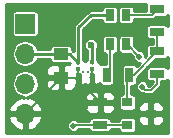
<source format=gtl>
G04 #@! TF.FileFunction,Copper,L1,Top,Signal*
%FSLAX46Y46*%
G04 Gerber Fmt 4.6, Leading zero omitted, Abs format (unit mm)*
G04 Created by KiCad (PCBNEW 4.0.4-stable) date 04/08/18 20:01:15*
%MOMM*%
%LPD*%
G01*
G04 APERTURE LIST*
%ADD10C,0.050000*%
%ADD11R,1.250000X1.000000*%
%ADD12R,0.800000X1.000000*%
%ADD13R,1.700000X1.700000*%
%ADD14O,1.700000X1.700000*%
%ADD15R,0.900000X0.800000*%
%ADD16R,1.300000X0.700000*%
%ADD17R,0.700000X1.300000*%
%ADD18R,0.370000X0.430000*%
%ADD19R,0.370000X0.300000*%
%ADD20R,0.150000X0.150000*%
%ADD21C,0.500000*%
%ADD22C,0.600000*%
%ADD23C,0.250000*%
%ADD24C,0.150000*%
%ADD25C,0.254000*%
G04 APERTURE END LIST*
D10*
D11*
X122428000Y-108474000D03*
X122428000Y-110474000D03*
D12*
X126554000Y-107676000D03*
X126554000Y-105176000D03*
X127954000Y-105176000D03*
X127954000Y-107676000D03*
D13*
X119380000Y-105918000D03*
D14*
X119380000Y-108458000D03*
X119380000Y-110998000D03*
X119380000Y-113538000D03*
D15*
X128032000Y-112588000D03*
X128032000Y-114488000D03*
X130032000Y-113538000D03*
D16*
X125730000Y-114488000D03*
X125730000Y-112588000D03*
X130556000Y-104714000D03*
X130556000Y-106614000D03*
X130556000Y-110170000D03*
X130556000Y-108270000D03*
D17*
X126304000Y-110236000D03*
X128204000Y-110236000D03*
D18*
X123895000Y-110288000D03*
X123895000Y-109168000D03*
X125025000Y-109168000D03*
X125025000Y-110288000D03*
D19*
X123895000Y-109728000D03*
X125025000Y-109728000D03*
D20*
X124680000Y-109978000D03*
X124240000Y-109978000D03*
D21*
X124460000Y-113030000D03*
X130048000Y-114554000D03*
X129032000Y-108712000D03*
X129286000Y-111252000D03*
D22*
X124968000Y-107696000D03*
D21*
X123444000Y-114554000D03*
D23*
X126554000Y-105176000D02*
X124948000Y-105176000D01*
X123895000Y-106229000D02*
X123895000Y-109228000D01*
X124948000Y-105176000D02*
X123895000Y-106229000D01*
X122428000Y-108474000D02*
X123141000Y-108474000D01*
X123141000Y-108474000D02*
X123895000Y-109228000D01*
X122428000Y-108474000D02*
X119396000Y-108474000D01*
X119396000Y-108474000D02*
X119380000Y-108458000D01*
D24*
X130032000Y-113538000D02*
X130032000Y-114538000D01*
X124902000Y-112588000D02*
X125730000Y-112588000D01*
X124460000Y-113030000D02*
X124902000Y-112588000D01*
X130032000Y-114538000D02*
X130048000Y-114554000D01*
X125025000Y-110228000D02*
X125025000Y-111883000D01*
X125025000Y-111883000D02*
X125730000Y-112588000D01*
X122428000Y-110474000D02*
X123616000Y-110474000D01*
X123616000Y-110474000D02*
X125730000Y-112588000D01*
X125025000Y-110228000D02*
X125025000Y-109728000D01*
X123895000Y-110228000D02*
X123895000Y-109728000D01*
X122428000Y-110474000D02*
X123649000Y-110474000D01*
X123649000Y-110474000D02*
X123895000Y-110228000D01*
X119380000Y-113538000D02*
X119380000Y-113522000D01*
X119380000Y-113522000D02*
X122428000Y-110474000D01*
X126554000Y-107676000D02*
X126554000Y-109986000D01*
X126554000Y-109986000D02*
X126304000Y-110236000D01*
X127954000Y-105176000D02*
X130094000Y-105176000D01*
X130094000Y-105176000D02*
X130556000Y-104714000D01*
X127954000Y-107676000D02*
X127996000Y-107676000D01*
X127996000Y-107676000D02*
X129032000Y-108712000D01*
X129286000Y-111252000D02*
X129540000Y-111506000D01*
X129540000Y-111506000D02*
X130048000Y-111506000D01*
X130048000Y-111506000D02*
X130556000Y-110998000D01*
X130556000Y-110998000D02*
X130556000Y-110170000D01*
D23*
X124968000Y-107696000D02*
X125025000Y-107753000D01*
X125025000Y-107753000D02*
X125025000Y-109228000D01*
D24*
X125730000Y-114488000D02*
X128032000Y-114488000D01*
X123444000Y-114554000D02*
X123510000Y-114488000D01*
X123510000Y-114488000D02*
X125730000Y-114488000D01*
X128032000Y-112588000D02*
X128032000Y-110408000D01*
X128032000Y-110408000D02*
X128204000Y-110236000D01*
X128204000Y-110236000D02*
X128590000Y-110236000D01*
X128590000Y-110236000D02*
X130556000Y-108270000D01*
X130556000Y-108270000D02*
X130556000Y-106614000D01*
D25*
G36*
X129623574Y-104364000D02*
X129623574Y-104824000D01*
X128636426Y-104824000D01*
X128636426Y-104676000D01*
X128617111Y-104573350D01*
X128556445Y-104479073D01*
X128463880Y-104415825D01*
X128354000Y-104393574D01*
X127554000Y-104393574D01*
X127451350Y-104412889D01*
X127357073Y-104473555D01*
X127293825Y-104566120D01*
X127271574Y-104676000D01*
X127271574Y-105676000D01*
X127290889Y-105778650D01*
X127351555Y-105872927D01*
X127444120Y-105936175D01*
X127554000Y-105958426D01*
X128354000Y-105958426D01*
X128456650Y-105939111D01*
X128550927Y-105878445D01*
X128614175Y-105785880D01*
X128636426Y-105676000D01*
X128636426Y-105528000D01*
X130093995Y-105528000D01*
X130094000Y-105528001D01*
X130228705Y-105501206D01*
X130342902Y-105424902D01*
X130421378Y-105346426D01*
X131206000Y-105346426D01*
X131308650Y-105327111D01*
X131402927Y-105266445D01*
X131445000Y-105204870D01*
X131445000Y-106123881D01*
X131408445Y-106067073D01*
X131315880Y-106003825D01*
X131206000Y-105981574D01*
X129906000Y-105981574D01*
X129803350Y-106000889D01*
X129709073Y-106061555D01*
X129645825Y-106154120D01*
X129623574Y-106264000D01*
X129623574Y-106964000D01*
X129642889Y-107066650D01*
X129703555Y-107160927D01*
X129796120Y-107224175D01*
X129906000Y-107246426D01*
X130204000Y-107246426D01*
X130204000Y-107637574D01*
X129906000Y-107637574D01*
X129803350Y-107656889D01*
X129709073Y-107717555D01*
X129645825Y-107810120D01*
X129623574Y-107920000D01*
X129623574Y-108620000D01*
X129636975Y-108691221D01*
X129558951Y-108769246D01*
X129559092Y-108607633D01*
X129479030Y-108413868D01*
X129330912Y-108265491D01*
X129137287Y-108185091D01*
X129002777Y-108184974D01*
X128636426Y-107818622D01*
X128636426Y-107176000D01*
X128617111Y-107073350D01*
X128556445Y-106979073D01*
X128463880Y-106915825D01*
X128354000Y-106893574D01*
X127554000Y-106893574D01*
X127451350Y-106912889D01*
X127357073Y-106973555D01*
X127293825Y-107066120D01*
X127271574Y-107176000D01*
X127271574Y-108176000D01*
X127290889Y-108278650D01*
X127351555Y-108372927D01*
X127444120Y-108436175D01*
X127554000Y-108458426D01*
X128280623Y-108458426D01*
X128505025Y-108682828D01*
X128504908Y-108816367D01*
X128584970Y-109010132D01*
X128733088Y-109158509D01*
X128926713Y-109238909D01*
X129089146Y-109239051D01*
X128821503Y-109506693D01*
X128817111Y-109483350D01*
X128756445Y-109389073D01*
X128663880Y-109325825D01*
X128554000Y-109303574D01*
X127854000Y-109303574D01*
X127751350Y-109322889D01*
X127657073Y-109383555D01*
X127593825Y-109476120D01*
X127571574Y-109586000D01*
X127571574Y-110886000D01*
X127590889Y-110988650D01*
X127651555Y-111082927D01*
X127680000Y-111102363D01*
X127680000Y-111905574D01*
X127582000Y-111905574D01*
X127479350Y-111924889D01*
X127385073Y-111985555D01*
X127321825Y-112078120D01*
X127299574Y-112188000D01*
X127299574Y-112988000D01*
X127318889Y-113090650D01*
X127379555Y-113184927D01*
X127472120Y-113248175D01*
X127582000Y-113270426D01*
X128482000Y-113270426D01*
X128584650Y-113251111D01*
X128678927Y-113190445D01*
X128742175Y-113097880D01*
X128759628Y-113011690D01*
X128947000Y-113011690D01*
X128947000Y-113252250D01*
X129105750Y-113411000D01*
X129905000Y-113411000D01*
X129905000Y-112661750D01*
X130159000Y-112661750D01*
X130159000Y-113411000D01*
X130958250Y-113411000D01*
X131117000Y-113252250D01*
X131117000Y-113011690D01*
X131020327Y-112778301D01*
X130841698Y-112599673D01*
X130608309Y-112503000D01*
X130317750Y-112503000D01*
X130159000Y-112661750D01*
X129905000Y-112661750D01*
X129746250Y-112503000D01*
X129455691Y-112503000D01*
X129222302Y-112599673D01*
X129043673Y-112778301D01*
X128947000Y-113011690D01*
X128759628Y-113011690D01*
X128764426Y-112988000D01*
X128764426Y-112188000D01*
X128745111Y-112085350D01*
X128684445Y-111991073D01*
X128591880Y-111927825D01*
X128482000Y-111905574D01*
X128384000Y-111905574D01*
X128384000Y-111168426D01*
X128554000Y-111168426D01*
X128656650Y-111149111D01*
X128750927Y-111088445D01*
X128814175Y-110995880D01*
X128836426Y-110886000D01*
X128836426Y-110486556D01*
X128838902Y-110484902D01*
X130421377Y-108902426D01*
X131206000Y-108902426D01*
X131308650Y-108883111D01*
X131402927Y-108822445D01*
X131445000Y-108760870D01*
X131445000Y-109679881D01*
X131408445Y-109623073D01*
X131315880Y-109559825D01*
X131206000Y-109537574D01*
X129906000Y-109537574D01*
X129803350Y-109556889D01*
X129709073Y-109617555D01*
X129645825Y-109710120D01*
X129623574Y-109820000D01*
X129623574Y-110520000D01*
X129642889Y-110622650D01*
X129703555Y-110716927D01*
X129796120Y-110780175D01*
X129906000Y-110802426D01*
X130204000Y-110802426D01*
X130204000Y-110852197D01*
X129902196Y-111154000D01*
X129813086Y-111154000D01*
X129813092Y-111147633D01*
X129733030Y-110953868D01*
X129584912Y-110805491D01*
X129391287Y-110725091D01*
X129181633Y-110724908D01*
X128987868Y-110804970D01*
X128839491Y-110953088D01*
X128759091Y-111146713D01*
X128758908Y-111356367D01*
X128838970Y-111550132D01*
X128987088Y-111698509D01*
X129180713Y-111778909D01*
X129327218Y-111779037D01*
X129350973Y-111794909D01*
X129405295Y-111831206D01*
X129540000Y-111858000D01*
X130047995Y-111858000D01*
X130048000Y-111858001D01*
X130182705Y-111831206D01*
X130296902Y-111754902D01*
X130804899Y-111246904D01*
X130804902Y-111246902D01*
X130881206Y-111132705D01*
X130908000Y-110998000D01*
X130908000Y-110802426D01*
X131206000Y-110802426D01*
X131308650Y-110783111D01*
X131402927Y-110722445D01*
X131445000Y-110660870D01*
X131445000Y-115189000D01*
X117729000Y-115189000D01*
X117729000Y-113894890D01*
X117938524Y-113894890D01*
X118108355Y-114304924D01*
X118498642Y-114733183D01*
X119023108Y-114979486D01*
X119253000Y-114858819D01*
X119253000Y-113665000D01*
X119507000Y-113665000D01*
X119507000Y-114858819D01*
X119736892Y-114979486D01*
X120261358Y-114733183D01*
X120329540Y-114658367D01*
X122916908Y-114658367D01*
X122996970Y-114852132D01*
X123145088Y-115000509D01*
X123338713Y-115080909D01*
X123548367Y-115081092D01*
X123742132Y-115001030D01*
X123890509Y-114852912D01*
X123895871Y-114840000D01*
X124797950Y-114840000D01*
X124816889Y-114940650D01*
X124877555Y-115034927D01*
X124970120Y-115098175D01*
X125080000Y-115120426D01*
X126380000Y-115120426D01*
X126482650Y-115101111D01*
X126576927Y-115040445D01*
X126640175Y-114947880D01*
X126662021Y-114840000D01*
X127299574Y-114840000D01*
X127299574Y-114888000D01*
X127318889Y-114990650D01*
X127379555Y-115084927D01*
X127472120Y-115148175D01*
X127582000Y-115170426D01*
X128482000Y-115170426D01*
X128584650Y-115151111D01*
X128678927Y-115090445D01*
X128742175Y-114997880D01*
X128764426Y-114888000D01*
X128764426Y-114088000D01*
X128745111Y-113985350D01*
X128684445Y-113891073D01*
X128591880Y-113827825D01*
X128571757Y-113823750D01*
X128947000Y-113823750D01*
X128947000Y-114064310D01*
X129043673Y-114297699D01*
X129222302Y-114476327D01*
X129455691Y-114573000D01*
X129746250Y-114573000D01*
X129905000Y-114414250D01*
X129905000Y-113665000D01*
X130159000Y-113665000D01*
X130159000Y-114414250D01*
X130317750Y-114573000D01*
X130608309Y-114573000D01*
X130841698Y-114476327D01*
X131020327Y-114297699D01*
X131117000Y-114064310D01*
X131117000Y-113823750D01*
X130958250Y-113665000D01*
X130159000Y-113665000D01*
X129905000Y-113665000D01*
X129105750Y-113665000D01*
X128947000Y-113823750D01*
X128571757Y-113823750D01*
X128482000Y-113805574D01*
X127582000Y-113805574D01*
X127479350Y-113824889D01*
X127385073Y-113885555D01*
X127321825Y-113978120D01*
X127299574Y-114088000D01*
X127299574Y-114136000D01*
X126662050Y-114136000D01*
X126643111Y-114035350D01*
X126582445Y-113941073D01*
X126489880Y-113877825D01*
X126380000Y-113855574D01*
X125080000Y-113855574D01*
X124977350Y-113874889D01*
X124883073Y-113935555D01*
X124819825Y-114028120D01*
X124797979Y-114136000D01*
X123771371Y-114136000D01*
X123742912Y-114107491D01*
X123549287Y-114027091D01*
X123339633Y-114026908D01*
X123145868Y-114106970D01*
X122997491Y-114255088D01*
X122917091Y-114448713D01*
X122916908Y-114658367D01*
X120329540Y-114658367D01*
X120651645Y-114304924D01*
X120821476Y-113894890D01*
X120700155Y-113665000D01*
X119507000Y-113665000D01*
X119253000Y-113665000D01*
X118059845Y-113665000D01*
X117938524Y-113894890D01*
X117729000Y-113894890D01*
X117729000Y-113181110D01*
X117938524Y-113181110D01*
X118059845Y-113411000D01*
X119253000Y-113411000D01*
X119253000Y-113391000D01*
X119507000Y-113391000D01*
X119507000Y-113411000D01*
X120700155Y-113411000D01*
X120821476Y-113181110D01*
X120694172Y-112873750D01*
X124445000Y-112873750D01*
X124445000Y-113064309D01*
X124541673Y-113297698D01*
X124720301Y-113476327D01*
X124953690Y-113573000D01*
X125444250Y-113573000D01*
X125603000Y-113414250D01*
X125603000Y-112715000D01*
X125857000Y-112715000D01*
X125857000Y-113414250D01*
X126015750Y-113573000D01*
X126506310Y-113573000D01*
X126739699Y-113476327D01*
X126918327Y-113297698D01*
X127015000Y-113064309D01*
X127015000Y-112873750D01*
X126856250Y-112715000D01*
X125857000Y-112715000D01*
X125603000Y-112715000D01*
X124603750Y-112715000D01*
X124445000Y-112873750D01*
X120694172Y-112873750D01*
X120651645Y-112771076D01*
X120261358Y-112342817D01*
X119769210Y-112111691D01*
X124445000Y-112111691D01*
X124445000Y-112302250D01*
X124603750Y-112461000D01*
X125603000Y-112461000D01*
X125603000Y-111761750D01*
X125857000Y-111761750D01*
X125857000Y-112461000D01*
X126856250Y-112461000D01*
X127015000Y-112302250D01*
X127015000Y-112111691D01*
X126918327Y-111878302D01*
X126739699Y-111699673D01*
X126506310Y-111603000D01*
X126015750Y-111603000D01*
X125857000Y-111761750D01*
X125603000Y-111761750D01*
X125444250Y-111603000D01*
X124953690Y-111603000D01*
X124720301Y-111699673D01*
X124541673Y-111878302D01*
X124445000Y-112111691D01*
X119769210Y-112111691D01*
X119736892Y-112096514D01*
X119507002Y-112217180D01*
X119507002Y-112104129D01*
X119833363Y-112039212D01*
X120198988Y-111794909D01*
X120443291Y-111429284D01*
X120529079Y-110998000D01*
X120481688Y-110759750D01*
X121168000Y-110759750D01*
X121168000Y-111100309D01*
X121264673Y-111333698D01*
X121443301Y-111512327D01*
X121676690Y-111609000D01*
X122142250Y-111609000D01*
X122301000Y-111450250D01*
X122301000Y-110601000D01*
X121326750Y-110601000D01*
X121168000Y-110759750D01*
X120481688Y-110759750D01*
X120443291Y-110566716D01*
X120198988Y-110201091D01*
X119833363Y-109956788D01*
X119402079Y-109871000D01*
X119357921Y-109871000D01*
X118926637Y-109956788D01*
X118561012Y-110201091D01*
X118316709Y-110566716D01*
X118230921Y-110998000D01*
X118316709Y-111429284D01*
X118561012Y-111794909D01*
X118926637Y-112039212D01*
X119252998Y-112104129D01*
X119252998Y-112217180D01*
X119023108Y-112096514D01*
X118498642Y-112342817D01*
X118108355Y-112771076D01*
X117938524Y-113181110D01*
X117729000Y-113181110D01*
X117729000Y-109847691D01*
X121168000Y-109847691D01*
X121168000Y-110188250D01*
X121326750Y-110347000D01*
X122301000Y-110347000D01*
X122301000Y-109497750D01*
X122142250Y-109339000D01*
X121676690Y-109339000D01*
X121443301Y-109435673D01*
X121264673Y-109614302D01*
X121168000Y-109847691D01*
X117729000Y-109847691D01*
X117729000Y-108458000D01*
X118230921Y-108458000D01*
X118316709Y-108889284D01*
X118561012Y-109254909D01*
X118926637Y-109499212D01*
X119357921Y-109585000D01*
X119402079Y-109585000D01*
X119833363Y-109499212D01*
X120198988Y-109254909D01*
X120443291Y-108889284D01*
X120445933Y-108876000D01*
X121520574Y-108876000D01*
X121520574Y-108974000D01*
X121539889Y-109076650D01*
X121600555Y-109170927D01*
X121693120Y-109234175D01*
X121803000Y-109256426D01*
X123053000Y-109256426D01*
X123155650Y-109237111D01*
X123166873Y-109229889D01*
X123121678Y-109339000D01*
X122713750Y-109339000D01*
X122555000Y-109497750D01*
X122555000Y-110347000D01*
X122575000Y-110347000D01*
X122575000Y-110601000D01*
X122555000Y-110601000D01*
X122555000Y-111450250D01*
X122713750Y-111609000D01*
X123179310Y-111609000D01*
X123412699Y-111512327D01*
X123591327Y-111333698D01*
X123688000Y-111100309D01*
X123688000Y-111093750D01*
X123802500Y-110979250D01*
X123802500Y-110395500D01*
X123761250Y-110395500D01*
X123802500Y-110354250D01*
X123802500Y-110141000D01*
X123951877Y-110141000D01*
X123987500Y-110196359D01*
X123987500Y-110354250D01*
X124028750Y-110395500D01*
X123987500Y-110395500D01*
X123987500Y-110979250D01*
X124146250Y-111138000D01*
X124206309Y-111138000D01*
X124439698Y-111041327D01*
X124460000Y-111021025D01*
X124480302Y-111041327D01*
X124713691Y-111138000D01*
X124773750Y-111138000D01*
X124932500Y-110979250D01*
X124932500Y-110395500D01*
X124891250Y-110395500D01*
X124932500Y-110354250D01*
X124932500Y-110195312D01*
X124968212Y-110143046D01*
X124968626Y-110141000D01*
X125117500Y-110141000D01*
X125117500Y-110354250D01*
X125158750Y-110395500D01*
X125117500Y-110395500D01*
X125117500Y-110979250D01*
X125276250Y-111138000D01*
X125336309Y-111138000D01*
X125569698Y-111041327D01*
X125680039Y-110930987D01*
X125690889Y-110988650D01*
X125751555Y-111082927D01*
X125844120Y-111146175D01*
X125954000Y-111168426D01*
X126654000Y-111168426D01*
X126756650Y-111149111D01*
X126850927Y-111088445D01*
X126914175Y-110995880D01*
X126936426Y-110886000D01*
X126936426Y-109586000D01*
X126917111Y-109483350D01*
X126906000Y-109466083D01*
X126906000Y-108458426D01*
X126954000Y-108458426D01*
X127056650Y-108439111D01*
X127150927Y-108378445D01*
X127214175Y-108285880D01*
X127236426Y-108176000D01*
X127236426Y-107176000D01*
X127217111Y-107073350D01*
X127156445Y-106979073D01*
X127063880Y-106915825D01*
X126954000Y-106893574D01*
X126154000Y-106893574D01*
X126051350Y-106912889D01*
X125957073Y-106973555D01*
X125893825Y-107066120D01*
X125871574Y-107176000D01*
X125871574Y-108176000D01*
X125890889Y-108278650D01*
X125951555Y-108372927D01*
X126044120Y-108436175D01*
X126154000Y-108458426D01*
X126202000Y-108458426D01*
X126202000Y-109303574D01*
X125954000Y-109303574D01*
X125851350Y-109322889D01*
X125804213Y-109353221D01*
X125748327Y-109218301D01*
X125569698Y-109039673D01*
X125441447Y-108986550D01*
X125441447Y-108953000D01*
X125427000Y-108876219D01*
X125427000Y-108053090D01*
X125456871Y-108023271D01*
X125544900Y-107811276D01*
X125545100Y-107581731D01*
X125457442Y-107369583D01*
X125295271Y-107207129D01*
X125083276Y-107119100D01*
X124853731Y-107118900D01*
X124641583Y-107206558D01*
X124479129Y-107368729D01*
X124391100Y-107580724D01*
X124390900Y-107810269D01*
X124478558Y-108022417D01*
X124623000Y-108167111D01*
X124623000Y-108881659D01*
X124608553Y-108953000D01*
X124608553Y-108986550D01*
X124480302Y-109039673D01*
X124460000Y-109059975D01*
X124439698Y-109039673D01*
X124311447Y-108986550D01*
X124311447Y-108953000D01*
X124297000Y-108876219D01*
X124297000Y-106395514D01*
X125114514Y-105578000D01*
X125871574Y-105578000D01*
X125871574Y-105676000D01*
X125890889Y-105778650D01*
X125951555Y-105872927D01*
X126044120Y-105936175D01*
X126154000Y-105958426D01*
X126954000Y-105958426D01*
X127056650Y-105939111D01*
X127150927Y-105878445D01*
X127214175Y-105785880D01*
X127236426Y-105676000D01*
X127236426Y-104676000D01*
X127217111Y-104573350D01*
X127156445Y-104479073D01*
X127063880Y-104415825D01*
X126954000Y-104393574D01*
X126154000Y-104393574D01*
X126051350Y-104412889D01*
X125957073Y-104473555D01*
X125893825Y-104566120D01*
X125871574Y-104676000D01*
X125871574Y-104774000D01*
X124948000Y-104774000D01*
X124794161Y-104804600D01*
X124663743Y-104891743D01*
X123610743Y-105944743D01*
X123523600Y-106075161D01*
X123493000Y-106229000D01*
X123493000Y-108257486D01*
X123425257Y-108189743D01*
X123335426Y-108129720D01*
X123335426Y-107974000D01*
X123316111Y-107871350D01*
X123255445Y-107777073D01*
X123162880Y-107713825D01*
X123053000Y-107691574D01*
X121803000Y-107691574D01*
X121700350Y-107710889D01*
X121606073Y-107771555D01*
X121542825Y-107864120D01*
X121520574Y-107974000D01*
X121520574Y-108072000D01*
X120452299Y-108072000D01*
X120443291Y-108026716D01*
X120198988Y-107661091D01*
X119833363Y-107416788D01*
X119402079Y-107331000D01*
X119357921Y-107331000D01*
X118926637Y-107416788D01*
X118561012Y-107661091D01*
X118316709Y-108026716D01*
X118230921Y-108458000D01*
X117729000Y-108458000D01*
X117729000Y-105068000D01*
X118247574Y-105068000D01*
X118247574Y-106768000D01*
X118266889Y-106870650D01*
X118327555Y-106964927D01*
X118420120Y-107028175D01*
X118530000Y-107050426D01*
X120230000Y-107050426D01*
X120332650Y-107031111D01*
X120426927Y-106970445D01*
X120490175Y-106877880D01*
X120512426Y-106768000D01*
X120512426Y-105068000D01*
X120493111Y-104965350D01*
X120432445Y-104871073D01*
X120339880Y-104807825D01*
X120230000Y-104785574D01*
X118530000Y-104785574D01*
X118427350Y-104804889D01*
X118333073Y-104865555D01*
X118269825Y-104958120D01*
X118247574Y-105068000D01*
X117729000Y-105068000D01*
X117729000Y-104267000D01*
X129643217Y-104267000D01*
X129623574Y-104364000D01*
X129623574Y-104364000D01*
G37*
X129623574Y-104364000D02*
X129623574Y-104824000D01*
X128636426Y-104824000D01*
X128636426Y-104676000D01*
X128617111Y-104573350D01*
X128556445Y-104479073D01*
X128463880Y-104415825D01*
X128354000Y-104393574D01*
X127554000Y-104393574D01*
X127451350Y-104412889D01*
X127357073Y-104473555D01*
X127293825Y-104566120D01*
X127271574Y-104676000D01*
X127271574Y-105676000D01*
X127290889Y-105778650D01*
X127351555Y-105872927D01*
X127444120Y-105936175D01*
X127554000Y-105958426D01*
X128354000Y-105958426D01*
X128456650Y-105939111D01*
X128550927Y-105878445D01*
X128614175Y-105785880D01*
X128636426Y-105676000D01*
X128636426Y-105528000D01*
X130093995Y-105528000D01*
X130094000Y-105528001D01*
X130228705Y-105501206D01*
X130342902Y-105424902D01*
X130421378Y-105346426D01*
X131206000Y-105346426D01*
X131308650Y-105327111D01*
X131402927Y-105266445D01*
X131445000Y-105204870D01*
X131445000Y-106123881D01*
X131408445Y-106067073D01*
X131315880Y-106003825D01*
X131206000Y-105981574D01*
X129906000Y-105981574D01*
X129803350Y-106000889D01*
X129709073Y-106061555D01*
X129645825Y-106154120D01*
X129623574Y-106264000D01*
X129623574Y-106964000D01*
X129642889Y-107066650D01*
X129703555Y-107160927D01*
X129796120Y-107224175D01*
X129906000Y-107246426D01*
X130204000Y-107246426D01*
X130204000Y-107637574D01*
X129906000Y-107637574D01*
X129803350Y-107656889D01*
X129709073Y-107717555D01*
X129645825Y-107810120D01*
X129623574Y-107920000D01*
X129623574Y-108620000D01*
X129636975Y-108691221D01*
X129558951Y-108769246D01*
X129559092Y-108607633D01*
X129479030Y-108413868D01*
X129330912Y-108265491D01*
X129137287Y-108185091D01*
X129002777Y-108184974D01*
X128636426Y-107818622D01*
X128636426Y-107176000D01*
X128617111Y-107073350D01*
X128556445Y-106979073D01*
X128463880Y-106915825D01*
X128354000Y-106893574D01*
X127554000Y-106893574D01*
X127451350Y-106912889D01*
X127357073Y-106973555D01*
X127293825Y-107066120D01*
X127271574Y-107176000D01*
X127271574Y-108176000D01*
X127290889Y-108278650D01*
X127351555Y-108372927D01*
X127444120Y-108436175D01*
X127554000Y-108458426D01*
X128280623Y-108458426D01*
X128505025Y-108682828D01*
X128504908Y-108816367D01*
X128584970Y-109010132D01*
X128733088Y-109158509D01*
X128926713Y-109238909D01*
X129089146Y-109239051D01*
X128821503Y-109506693D01*
X128817111Y-109483350D01*
X128756445Y-109389073D01*
X128663880Y-109325825D01*
X128554000Y-109303574D01*
X127854000Y-109303574D01*
X127751350Y-109322889D01*
X127657073Y-109383555D01*
X127593825Y-109476120D01*
X127571574Y-109586000D01*
X127571574Y-110886000D01*
X127590889Y-110988650D01*
X127651555Y-111082927D01*
X127680000Y-111102363D01*
X127680000Y-111905574D01*
X127582000Y-111905574D01*
X127479350Y-111924889D01*
X127385073Y-111985555D01*
X127321825Y-112078120D01*
X127299574Y-112188000D01*
X127299574Y-112988000D01*
X127318889Y-113090650D01*
X127379555Y-113184927D01*
X127472120Y-113248175D01*
X127582000Y-113270426D01*
X128482000Y-113270426D01*
X128584650Y-113251111D01*
X128678927Y-113190445D01*
X128742175Y-113097880D01*
X128759628Y-113011690D01*
X128947000Y-113011690D01*
X128947000Y-113252250D01*
X129105750Y-113411000D01*
X129905000Y-113411000D01*
X129905000Y-112661750D01*
X130159000Y-112661750D01*
X130159000Y-113411000D01*
X130958250Y-113411000D01*
X131117000Y-113252250D01*
X131117000Y-113011690D01*
X131020327Y-112778301D01*
X130841698Y-112599673D01*
X130608309Y-112503000D01*
X130317750Y-112503000D01*
X130159000Y-112661750D01*
X129905000Y-112661750D01*
X129746250Y-112503000D01*
X129455691Y-112503000D01*
X129222302Y-112599673D01*
X129043673Y-112778301D01*
X128947000Y-113011690D01*
X128759628Y-113011690D01*
X128764426Y-112988000D01*
X128764426Y-112188000D01*
X128745111Y-112085350D01*
X128684445Y-111991073D01*
X128591880Y-111927825D01*
X128482000Y-111905574D01*
X128384000Y-111905574D01*
X128384000Y-111168426D01*
X128554000Y-111168426D01*
X128656650Y-111149111D01*
X128750927Y-111088445D01*
X128814175Y-110995880D01*
X128836426Y-110886000D01*
X128836426Y-110486556D01*
X128838902Y-110484902D01*
X130421377Y-108902426D01*
X131206000Y-108902426D01*
X131308650Y-108883111D01*
X131402927Y-108822445D01*
X131445000Y-108760870D01*
X131445000Y-109679881D01*
X131408445Y-109623073D01*
X131315880Y-109559825D01*
X131206000Y-109537574D01*
X129906000Y-109537574D01*
X129803350Y-109556889D01*
X129709073Y-109617555D01*
X129645825Y-109710120D01*
X129623574Y-109820000D01*
X129623574Y-110520000D01*
X129642889Y-110622650D01*
X129703555Y-110716927D01*
X129796120Y-110780175D01*
X129906000Y-110802426D01*
X130204000Y-110802426D01*
X130204000Y-110852197D01*
X129902196Y-111154000D01*
X129813086Y-111154000D01*
X129813092Y-111147633D01*
X129733030Y-110953868D01*
X129584912Y-110805491D01*
X129391287Y-110725091D01*
X129181633Y-110724908D01*
X128987868Y-110804970D01*
X128839491Y-110953088D01*
X128759091Y-111146713D01*
X128758908Y-111356367D01*
X128838970Y-111550132D01*
X128987088Y-111698509D01*
X129180713Y-111778909D01*
X129327218Y-111779037D01*
X129350973Y-111794909D01*
X129405295Y-111831206D01*
X129540000Y-111858000D01*
X130047995Y-111858000D01*
X130048000Y-111858001D01*
X130182705Y-111831206D01*
X130296902Y-111754902D01*
X130804899Y-111246904D01*
X130804902Y-111246902D01*
X130881206Y-111132705D01*
X130908000Y-110998000D01*
X130908000Y-110802426D01*
X131206000Y-110802426D01*
X131308650Y-110783111D01*
X131402927Y-110722445D01*
X131445000Y-110660870D01*
X131445000Y-115189000D01*
X117729000Y-115189000D01*
X117729000Y-113894890D01*
X117938524Y-113894890D01*
X118108355Y-114304924D01*
X118498642Y-114733183D01*
X119023108Y-114979486D01*
X119253000Y-114858819D01*
X119253000Y-113665000D01*
X119507000Y-113665000D01*
X119507000Y-114858819D01*
X119736892Y-114979486D01*
X120261358Y-114733183D01*
X120329540Y-114658367D01*
X122916908Y-114658367D01*
X122996970Y-114852132D01*
X123145088Y-115000509D01*
X123338713Y-115080909D01*
X123548367Y-115081092D01*
X123742132Y-115001030D01*
X123890509Y-114852912D01*
X123895871Y-114840000D01*
X124797950Y-114840000D01*
X124816889Y-114940650D01*
X124877555Y-115034927D01*
X124970120Y-115098175D01*
X125080000Y-115120426D01*
X126380000Y-115120426D01*
X126482650Y-115101111D01*
X126576927Y-115040445D01*
X126640175Y-114947880D01*
X126662021Y-114840000D01*
X127299574Y-114840000D01*
X127299574Y-114888000D01*
X127318889Y-114990650D01*
X127379555Y-115084927D01*
X127472120Y-115148175D01*
X127582000Y-115170426D01*
X128482000Y-115170426D01*
X128584650Y-115151111D01*
X128678927Y-115090445D01*
X128742175Y-114997880D01*
X128764426Y-114888000D01*
X128764426Y-114088000D01*
X128745111Y-113985350D01*
X128684445Y-113891073D01*
X128591880Y-113827825D01*
X128571757Y-113823750D01*
X128947000Y-113823750D01*
X128947000Y-114064310D01*
X129043673Y-114297699D01*
X129222302Y-114476327D01*
X129455691Y-114573000D01*
X129746250Y-114573000D01*
X129905000Y-114414250D01*
X129905000Y-113665000D01*
X130159000Y-113665000D01*
X130159000Y-114414250D01*
X130317750Y-114573000D01*
X130608309Y-114573000D01*
X130841698Y-114476327D01*
X131020327Y-114297699D01*
X131117000Y-114064310D01*
X131117000Y-113823750D01*
X130958250Y-113665000D01*
X130159000Y-113665000D01*
X129905000Y-113665000D01*
X129105750Y-113665000D01*
X128947000Y-113823750D01*
X128571757Y-113823750D01*
X128482000Y-113805574D01*
X127582000Y-113805574D01*
X127479350Y-113824889D01*
X127385073Y-113885555D01*
X127321825Y-113978120D01*
X127299574Y-114088000D01*
X127299574Y-114136000D01*
X126662050Y-114136000D01*
X126643111Y-114035350D01*
X126582445Y-113941073D01*
X126489880Y-113877825D01*
X126380000Y-113855574D01*
X125080000Y-113855574D01*
X124977350Y-113874889D01*
X124883073Y-113935555D01*
X124819825Y-114028120D01*
X124797979Y-114136000D01*
X123771371Y-114136000D01*
X123742912Y-114107491D01*
X123549287Y-114027091D01*
X123339633Y-114026908D01*
X123145868Y-114106970D01*
X122997491Y-114255088D01*
X122917091Y-114448713D01*
X122916908Y-114658367D01*
X120329540Y-114658367D01*
X120651645Y-114304924D01*
X120821476Y-113894890D01*
X120700155Y-113665000D01*
X119507000Y-113665000D01*
X119253000Y-113665000D01*
X118059845Y-113665000D01*
X117938524Y-113894890D01*
X117729000Y-113894890D01*
X117729000Y-113181110D01*
X117938524Y-113181110D01*
X118059845Y-113411000D01*
X119253000Y-113411000D01*
X119253000Y-113391000D01*
X119507000Y-113391000D01*
X119507000Y-113411000D01*
X120700155Y-113411000D01*
X120821476Y-113181110D01*
X120694172Y-112873750D01*
X124445000Y-112873750D01*
X124445000Y-113064309D01*
X124541673Y-113297698D01*
X124720301Y-113476327D01*
X124953690Y-113573000D01*
X125444250Y-113573000D01*
X125603000Y-113414250D01*
X125603000Y-112715000D01*
X125857000Y-112715000D01*
X125857000Y-113414250D01*
X126015750Y-113573000D01*
X126506310Y-113573000D01*
X126739699Y-113476327D01*
X126918327Y-113297698D01*
X127015000Y-113064309D01*
X127015000Y-112873750D01*
X126856250Y-112715000D01*
X125857000Y-112715000D01*
X125603000Y-112715000D01*
X124603750Y-112715000D01*
X124445000Y-112873750D01*
X120694172Y-112873750D01*
X120651645Y-112771076D01*
X120261358Y-112342817D01*
X119769210Y-112111691D01*
X124445000Y-112111691D01*
X124445000Y-112302250D01*
X124603750Y-112461000D01*
X125603000Y-112461000D01*
X125603000Y-111761750D01*
X125857000Y-111761750D01*
X125857000Y-112461000D01*
X126856250Y-112461000D01*
X127015000Y-112302250D01*
X127015000Y-112111691D01*
X126918327Y-111878302D01*
X126739699Y-111699673D01*
X126506310Y-111603000D01*
X126015750Y-111603000D01*
X125857000Y-111761750D01*
X125603000Y-111761750D01*
X125444250Y-111603000D01*
X124953690Y-111603000D01*
X124720301Y-111699673D01*
X124541673Y-111878302D01*
X124445000Y-112111691D01*
X119769210Y-112111691D01*
X119736892Y-112096514D01*
X119507002Y-112217180D01*
X119507002Y-112104129D01*
X119833363Y-112039212D01*
X120198988Y-111794909D01*
X120443291Y-111429284D01*
X120529079Y-110998000D01*
X120481688Y-110759750D01*
X121168000Y-110759750D01*
X121168000Y-111100309D01*
X121264673Y-111333698D01*
X121443301Y-111512327D01*
X121676690Y-111609000D01*
X122142250Y-111609000D01*
X122301000Y-111450250D01*
X122301000Y-110601000D01*
X121326750Y-110601000D01*
X121168000Y-110759750D01*
X120481688Y-110759750D01*
X120443291Y-110566716D01*
X120198988Y-110201091D01*
X119833363Y-109956788D01*
X119402079Y-109871000D01*
X119357921Y-109871000D01*
X118926637Y-109956788D01*
X118561012Y-110201091D01*
X118316709Y-110566716D01*
X118230921Y-110998000D01*
X118316709Y-111429284D01*
X118561012Y-111794909D01*
X118926637Y-112039212D01*
X119252998Y-112104129D01*
X119252998Y-112217180D01*
X119023108Y-112096514D01*
X118498642Y-112342817D01*
X118108355Y-112771076D01*
X117938524Y-113181110D01*
X117729000Y-113181110D01*
X117729000Y-109847691D01*
X121168000Y-109847691D01*
X121168000Y-110188250D01*
X121326750Y-110347000D01*
X122301000Y-110347000D01*
X122301000Y-109497750D01*
X122142250Y-109339000D01*
X121676690Y-109339000D01*
X121443301Y-109435673D01*
X121264673Y-109614302D01*
X121168000Y-109847691D01*
X117729000Y-109847691D01*
X117729000Y-108458000D01*
X118230921Y-108458000D01*
X118316709Y-108889284D01*
X118561012Y-109254909D01*
X118926637Y-109499212D01*
X119357921Y-109585000D01*
X119402079Y-109585000D01*
X119833363Y-109499212D01*
X120198988Y-109254909D01*
X120443291Y-108889284D01*
X120445933Y-108876000D01*
X121520574Y-108876000D01*
X121520574Y-108974000D01*
X121539889Y-109076650D01*
X121600555Y-109170927D01*
X121693120Y-109234175D01*
X121803000Y-109256426D01*
X123053000Y-109256426D01*
X123155650Y-109237111D01*
X123166873Y-109229889D01*
X123121678Y-109339000D01*
X122713750Y-109339000D01*
X122555000Y-109497750D01*
X122555000Y-110347000D01*
X122575000Y-110347000D01*
X122575000Y-110601000D01*
X122555000Y-110601000D01*
X122555000Y-111450250D01*
X122713750Y-111609000D01*
X123179310Y-111609000D01*
X123412699Y-111512327D01*
X123591327Y-111333698D01*
X123688000Y-111100309D01*
X123688000Y-111093750D01*
X123802500Y-110979250D01*
X123802500Y-110395500D01*
X123761250Y-110395500D01*
X123802500Y-110354250D01*
X123802500Y-110141000D01*
X123951877Y-110141000D01*
X123987500Y-110196359D01*
X123987500Y-110354250D01*
X124028750Y-110395500D01*
X123987500Y-110395500D01*
X123987500Y-110979250D01*
X124146250Y-111138000D01*
X124206309Y-111138000D01*
X124439698Y-111041327D01*
X124460000Y-111021025D01*
X124480302Y-111041327D01*
X124713691Y-111138000D01*
X124773750Y-111138000D01*
X124932500Y-110979250D01*
X124932500Y-110395500D01*
X124891250Y-110395500D01*
X124932500Y-110354250D01*
X124932500Y-110195312D01*
X124968212Y-110143046D01*
X124968626Y-110141000D01*
X125117500Y-110141000D01*
X125117500Y-110354250D01*
X125158750Y-110395500D01*
X125117500Y-110395500D01*
X125117500Y-110979250D01*
X125276250Y-111138000D01*
X125336309Y-111138000D01*
X125569698Y-111041327D01*
X125680039Y-110930987D01*
X125690889Y-110988650D01*
X125751555Y-111082927D01*
X125844120Y-111146175D01*
X125954000Y-111168426D01*
X126654000Y-111168426D01*
X126756650Y-111149111D01*
X126850927Y-111088445D01*
X126914175Y-110995880D01*
X126936426Y-110886000D01*
X126936426Y-109586000D01*
X126917111Y-109483350D01*
X126906000Y-109466083D01*
X126906000Y-108458426D01*
X126954000Y-108458426D01*
X127056650Y-108439111D01*
X127150927Y-108378445D01*
X127214175Y-108285880D01*
X127236426Y-108176000D01*
X127236426Y-107176000D01*
X127217111Y-107073350D01*
X127156445Y-106979073D01*
X127063880Y-106915825D01*
X126954000Y-106893574D01*
X126154000Y-106893574D01*
X126051350Y-106912889D01*
X125957073Y-106973555D01*
X125893825Y-107066120D01*
X125871574Y-107176000D01*
X125871574Y-108176000D01*
X125890889Y-108278650D01*
X125951555Y-108372927D01*
X126044120Y-108436175D01*
X126154000Y-108458426D01*
X126202000Y-108458426D01*
X126202000Y-109303574D01*
X125954000Y-109303574D01*
X125851350Y-109322889D01*
X125804213Y-109353221D01*
X125748327Y-109218301D01*
X125569698Y-109039673D01*
X125441447Y-108986550D01*
X125441447Y-108953000D01*
X125427000Y-108876219D01*
X125427000Y-108053090D01*
X125456871Y-108023271D01*
X125544900Y-107811276D01*
X125545100Y-107581731D01*
X125457442Y-107369583D01*
X125295271Y-107207129D01*
X125083276Y-107119100D01*
X124853731Y-107118900D01*
X124641583Y-107206558D01*
X124479129Y-107368729D01*
X124391100Y-107580724D01*
X124390900Y-107810269D01*
X124478558Y-108022417D01*
X124623000Y-108167111D01*
X124623000Y-108881659D01*
X124608553Y-108953000D01*
X124608553Y-108986550D01*
X124480302Y-109039673D01*
X124460000Y-109059975D01*
X124439698Y-109039673D01*
X124311447Y-108986550D01*
X124311447Y-108953000D01*
X124297000Y-108876219D01*
X124297000Y-106395514D01*
X125114514Y-105578000D01*
X125871574Y-105578000D01*
X125871574Y-105676000D01*
X125890889Y-105778650D01*
X125951555Y-105872927D01*
X126044120Y-105936175D01*
X126154000Y-105958426D01*
X126954000Y-105958426D01*
X127056650Y-105939111D01*
X127150927Y-105878445D01*
X127214175Y-105785880D01*
X127236426Y-105676000D01*
X127236426Y-104676000D01*
X127217111Y-104573350D01*
X127156445Y-104479073D01*
X127063880Y-104415825D01*
X126954000Y-104393574D01*
X126154000Y-104393574D01*
X126051350Y-104412889D01*
X125957073Y-104473555D01*
X125893825Y-104566120D01*
X125871574Y-104676000D01*
X125871574Y-104774000D01*
X124948000Y-104774000D01*
X124794161Y-104804600D01*
X124663743Y-104891743D01*
X123610743Y-105944743D01*
X123523600Y-106075161D01*
X123493000Y-106229000D01*
X123493000Y-108257486D01*
X123425257Y-108189743D01*
X123335426Y-108129720D01*
X123335426Y-107974000D01*
X123316111Y-107871350D01*
X123255445Y-107777073D01*
X123162880Y-107713825D01*
X123053000Y-107691574D01*
X121803000Y-107691574D01*
X121700350Y-107710889D01*
X121606073Y-107771555D01*
X121542825Y-107864120D01*
X121520574Y-107974000D01*
X121520574Y-108072000D01*
X120452299Y-108072000D01*
X120443291Y-108026716D01*
X120198988Y-107661091D01*
X119833363Y-107416788D01*
X119402079Y-107331000D01*
X119357921Y-107331000D01*
X118926637Y-107416788D01*
X118561012Y-107661091D01*
X118316709Y-108026716D01*
X118230921Y-108458000D01*
X117729000Y-108458000D01*
X117729000Y-105068000D01*
X118247574Y-105068000D01*
X118247574Y-106768000D01*
X118266889Y-106870650D01*
X118327555Y-106964927D01*
X118420120Y-107028175D01*
X118530000Y-107050426D01*
X120230000Y-107050426D01*
X120332650Y-107031111D01*
X120426927Y-106970445D01*
X120490175Y-106877880D01*
X120512426Y-106768000D01*
X120512426Y-105068000D01*
X120493111Y-104965350D01*
X120432445Y-104871073D01*
X120339880Y-104807825D01*
X120230000Y-104785574D01*
X118530000Y-104785574D01*
X118427350Y-104804889D01*
X118333073Y-104865555D01*
X118269825Y-104958120D01*
X118247574Y-105068000D01*
X117729000Y-105068000D01*
X117729000Y-104267000D01*
X129643217Y-104267000D01*
X129623574Y-104364000D01*
M02*

</source>
